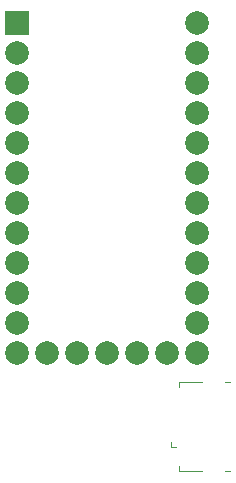
<source format=gbr>
%TF.GenerationSoftware,KiCad,Pcbnew,(6.0.4)*%
%TF.CreationDate,2024-05-03T15:52:29-07:00*%
%TF.ProjectId,left_ortholinear,6c656674-5f6f-4727-9468-6f6c696e6561,v1.0.0*%
%TF.SameCoordinates,Original*%
%TF.FileFunction,Legend,Top*%
%TF.FilePolarity,Positive*%
%FSLAX46Y46*%
G04 Gerber Fmt 4.6, Leading zero omitted, Abs format (unit mm)*
G04 Created by KiCad (PCBNEW (6.0.4)) date 2024-05-03 15:52:29*
%MOMM*%
%LPD*%
G01*
G04 APERTURE LIST*
%ADD10C,0.150000*%
%ADD11C,0.120000*%
%ADD12R,2.000000X2.000000*%
%ADD13C,2.000000*%
G04 APERTURE END LIST*
D10*
%TO.C,*%
D11*
X264810000Y-139010000D02*
X264360000Y-139010000D01*
X267020000Y-133490000D02*
X265040000Y-133490000D01*
X267020000Y-141010000D02*
X265040000Y-141010000D01*
X265040000Y-141010000D02*
X265040000Y-140590000D01*
X269390000Y-141010000D02*
X268990000Y-141010000D01*
X268990000Y-133490000D02*
X269390000Y-133490000D01*
X264360000Y-138560000D02*
X264360000Y-139010000D01*
X265040000Y-133490000D02*
X265040000Y-133910000D01*
%TD*%
D12*
%TO.C,*%
X251380000Y-103130000D03*
D13*
X251380000Y-105670000D03*
X251380000Y-108210000D03*
X251380000Y-110750000D03*
X251380000Y-113290000D03*
X251380000Y-115830000D03*
X251380000Y-118370000D03*
X251380000Y-120910000D03*
X251380000Y-123450000D03*
X251380000Y-125990000D03*
X251380000Y-128530000D03*
X251380000Y-131070000D03*
X266620000Y-131070000D03*
X266620000Y-128530000D03*
X266620000Y-125990000D03*
X266620000Y-123450000D03*
X266620000Y-120910000D03*
X266620000Y-118370000D03*
X266620000Y-115830000D03*
X266620000Y-113290000D03*
X266620000Y-110750000D03*
X266620000Y-108210000D03*
X266620000Y-105670000D03*
X266620000Y-103130000D03*
X253920000Y-131070000D03*
X256460000Y-131070000D03*
X259000000Y-131070000D03*
X261540000Y-131070000D03*
X264080000Y-131070000D03*
%TD*%
M02*

</source>
